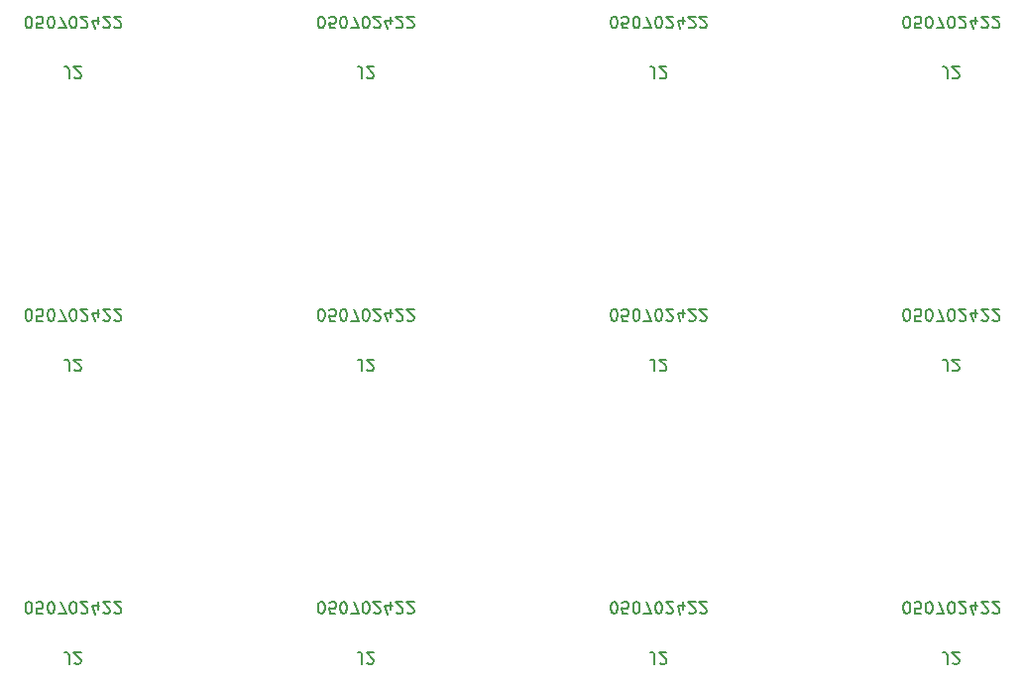
<source format=gbr>
%TF.GenerationSoftware,KiCad,Pcbnew,(6.0.0)*%
%TF.CreationDate,2022-11-29T13:54:36-05:00*%
%TF.ProjectId,pupdrive-eib24_panel,70757064-7269-4766-952d-65696232345f,B*%
%TF.SameCoordinates,Original*%
%TF.FileFunction,AssemblyDrawing,Bot*%
%FSLAX46Y46*%
G04 Gerber Fmt 4.6, Leading zero omitted, Abs format (unit mm)*
G04 Created by KiCad (PCBNEW (6.0.0)) date 2022-11-29 13:54:36*
%MOMM*%
%LPD*%
G01*
G04 APERTURE LIST*
%ADD10C,0.150000*%
G04 APERTURE END LIST*
D10*
%TO.C,J2*%
X91851436Y-67239707D02*
X91946674Y-67239707D01*
X92041912Y-67192088D01*
X92089531Y-67144468D01*
X92137150Y-67049230D01*
X92184769Y-66858754D01*
X92184769Y-66620659D01*
X92137150Y-66430183D01*
X92089531Y-66334945D01*
X92041912Y-66287326D01*
X91946674Y-66239707D01*
X91851436Y-66239707D01*
X91756198Y-66287326D01*
X91708579Y-66334945D01*
X91660959Y-66430183D01*
X91613340Y-66620659D01*
X91613340Y-66858754D01*
X91660959Y-67049230D01*
X91708579Y-67144468D01*
X91756198Y-67192088D01*
X91851436Y-67239707D01*
X93089531Y-67239707D02*
X92613340Y-67239707D01*
X92565721Y-66763516D01*
X92613340Y-66811135D01*
X92708579Y-66858754D01*
X92946674Y-66858754D01*
X93041912Y-66811135D01*
X93089531Y-66763516D01*
X93137150Y-66668278D01*
X93137150Y-66430183D01*
X93089531Y-66334945D01*
X93041912Y-66287326D01*
X92946674Y-66239707D01*
X92708579Y-66239707D01*
X92613340Y-66287326D01*
X92565721Y-66334945D01*
X93756198Y-67239707D02*
X93851436Y-67239707D01*
X93946674Y-67192088D01*
X93994293Y-67144468D01*
X94041912Y-67049230D01*
X94089531Y-66858754D01*
X94089531Y-66620659D01*
X94041912Y-66430183D01*
X93994293Y-66334945D01*
X93946674Y-66287326D01*
X93851436Y-66239707D01*
X93756198Y-66239707D01*
X93660959Y-66287326D01*
X93613340Y-66334945D01*
X93565721Y-66430183D01*
X93518102Y-66620659D01*
X93518102Y-66858754D01*
X93565721Y-67049230D01*
X93613340Y-67144468D01*
X93660959Y-67192088D01*
X93756198Y-67239707D01*
X94422864Y-67239707D02*
X95089531Y-67239707D01*
X94660959Y-66239707D01*
X95660959Y-67239707D02*
X95756198Y-67239707D01*
X95851436Y-67192088D01*
X95899055Y-67144468D01*
X95946674Y-67049230D01*
X95994293Y-66858754D01*
X95994293Y-66620659D01*
X95946674Y-66430183D01*
X95899055Y-66334945D01*
X95851436Y-66287326D01*
X95756198Y-66239707D01*
X95660959Y-66239707D01*
X95565721Y-66287326D01*
X95518102Y-66334945D01*
X95470483Y-66430183D01*
X95422864Y-66620659D01*
X95422864Y-66858754D01*
X95470483Y-67049230D01*
X95518102Y-67144468D01*
X95565721Y-67192088D01*
X95660959Y-67239707D01*
X96375245Y-67144468D02*
X96422864Y-67192088D01*
X96518102Y-67239707D01*
X96756198Y-67239707D01*
X96851436Y-67192088D01*
X96899055Y-67144468D01*
X96946674Y-67049230D01*
X96946674Y-66953992D01*
X96899055Y-66811135D01*
X96327626Y-66239707D01*
X96946674Y-66239707D01*
X97803817Y-66906373D02*
X97803817Y-66239707D01*
X97565721Y-67287326D02*
X97327626Y-66573040D01*
X97946674Y-66573040D01*
X98280007Y-67144468D02*
X98327626Y-67192088D01*
X98422864Y-67239707D01*
X98660959Y-67239707D01*
X98756198Y-67192088D01*
X98803817Y-67144468D01*
X98851436Y-67049230D01*
X98851436Y-66953992D01*
X98803817Y-66811135D01*
X98232388Y-66239707D01*
X98851436Y-66239707D01*
X99232388Y-67144468D02*
X99280007Y-67192088D01*
X99375245Y-67239707D01*
X99613340Y-67239707D01*
X99708579Y-67192088D01*
X99756198Y-67144468D01*
X99803817Y-67049230D01*
X99803817Y-66953992D01*
X99756198Y-66811135D01*
X99184769Y-66239707D01*
X99803817Y-66239707D01*
X95375245Y-71539707D02*
X95375245Y-70825421D01*
X95327626Y-70682564D01*
X95232388Y-70587326D01*
X95089531Y-70539707D01*
X94994293Y-70539707D01*
X95803817Y-71444468D02*
X95851436Y-71492088D01*
X95946674Y-71539707D01*
X96184769Y-71539707D01*
X96280007Y-71492088D01*
X96327626Y-71444468D01*
X96375245Y-71349230D01*
X96375245Y-71253992D01*
X96327626Y-71111135D01*
X95756198Y-70539707D01*
X96375245Y-70539707D01*
X166851436Y-67239707D02*
X166946674Y-67239707D01*
X167041912Y-67192088D01*
X167089531Y-67144468D01*
X167137150Y-67049230D01*
X167184769Y-66858754D01*
X167184769Y-66620659D01*
X167137150Y-66430183D01*
X167089531Y-66334945D01*
X167041912Y-66287326D01*
X166946674Y-66239707D01*
X166851436Y-66239707D01*
X166756198Y-66287326D01*
X166708579Y-66334945D01*
X166660959Y-66430183D01*
X166613340Y-66620659D01*
X166613340Y-66858754D01*
X166660959Y-67049230D01*
X166708579Y-67144468D01*
X166756198Y-67192088D01*
X166851436Y-67239707D01*
X168089531Y-67239707D02*
X167613340Y-67239707D01*
X167565721Y-66763516D01*
X167613340Y-66811135D01*
X167708579Y-66858754D01*
X167946674Y-66858754D01*
X168041912Y-66811135D01*
X168089531Y-66763516D01*
X168137150Y-66668278D01*
X168137150Y-66430183D01*
X168089531Y-66334945D01*
X168041912Y-66287326D01*
X167946674Y-66239707D01*
X167708579Y-66239707D01*
X167613340Y-66287326D01*
X167565721Y-66334945D01*
X168756198Y-67239707D02*
X168851436Y-67239707D01*
X168946674Y-67192088D01*
X168994293Y-67144468D01*
X169041912Y-67049230D01*
X169089531Y-66858754D01*
X169089531Y-66620659D01*
X169041912Y-66430183D01*
X168994293Y-66334945D01*
X168946674Y-66287326D01*
X168851436Y-66239707D01*
X168756198Y-66239707D01*
X168660959Y-66287326D01*
X168613340Y-66334945D01*
X168565721Y-66430183D01*
X168518102Y-66620659D01*
X168518102Y-66858754D01*
X168565721Y-67049230D01*
X168613340Y-67144468D01*
X168660959Y-67192088D01*
X168756198Y-67239707D01*
X169422864Y-67239707D02*
X170089531Y-67239707D01*
X169660959Y-66239707D01*
X170660959Y-67239707D02*
X170756198Y-67239707D01*
X170851436Y-67192088D01*
X170899055Y-67144468D01*
X170946674Y-67049230D01*
X170994293Y-66858754D01*
X170994293Y-66620659D01*
X170946674Y-66430183D01*
X170899055Y-66334945D01*
X170851436Y-66287326D01*
X170756198Y-66239707D01*
X170660959Y-66239707D01*
X170565721Y-66287326D01*
X170518102Y-66334945D01*
X170470483Y-66430183D01*
X170422864Y-66620659D01*
X170422864Y-66858754D01*
X170470483Y-67049230D01*
X170518102Y-67144468D01*
X170565721Y-67192088D01*
X170660959Y-67239707D01*
X171375245Y-67144468D02*
X171422864Y-67192088D01*
X171518102Y-67239707D01*
X171756198Y-67239707D01*
X171851436Y-67192088D01*
X171899055Y-67144468D01*
X171946674Y-67049230D01*
X171946674Y-66953992D01*
X171899055Y-66811135D01*
X171327626Y-66239707D01*
X171946674Y-66239707D01*
X172803817Y-66906373D02*
X172803817Y-66239707D01*
X172565721Y-67287326D02*
X172327626Y-66573040D01*
X172946674Y-66573040D01*
X173280007Y-67144468D02*
X173327626Y-67192088D01*
X173422864Y-67239707D01*
X173660959Y-67239707D01*
X173756198Y-67192088D01*
X173803817Y-67144468D01*
X173851436Y-67049230D01*
X173851436Y-66953992D01*
X173803817Y-66811135D01*
X173232388Y-66239707D01*
X173851436Y-66239707D01*
X174232388Y-67144468D02*
X174280007Y-67192088D01*
X174375245Y-67239707D01*
X174613340Y-67239707D01*
X174708579Y-67192088D01*
X174756198Y-67144468D01*
X174803817Y-67049230D01*
X174803817Y-66953992D01*
X174756198Y-66811135D01*
X174184769Y-66239707D01*
X174803817Y-66239707D01*
X170375245Y-71539707D02*
X170375245Y-70825421D01*
X170327626Y-70682564D01*
X170232388Y-70587326D01*
X170089531Y-70539707D01*
X169994293Y-70539707D01*
X170803817Y-71444468D02*
X170851436Y-71492088D01*
X170946674Y-71539707D01*
X171184769Y-71539707D01*
X171280007Y-71492088D01*
X171327626Y-71444468D01*
X171375245Y-71349230D01*
X171375245Y-71253992D01*
X171327626Y-71111135D01*
X170756198Y-70539707D01*
X171375245Y-70539707D01*
X141851436Y-67239707D02*
X141946674Y-67239707D01*
X142041912Y-67192088D01*
X142089531Y-67144468D01*
X142137150Y-67049230D01*
X142184769Y-66858754D01*
X142184769Y-66620659D01*
X142137150Y-66430183D01*
X142089531Y-66334945D01*
X142041912Y-66287326D01*
X141946674Y-66239707D01*
X141851436Y-66239707D01*
X141756198Y-66287326D01*
X141708579Y-66334945D01*
X141660959Y-66430183D01*
X141613340Y-66620659D01*
X141613340Y-66858754D01*
X141660959Y-67049230D01*
X141708579Y-67144468D01*
X141756198Y-67192088D01*
X141851436Y-67239707D01*
X143089531Y-67239707D02*
X142613340Y-67239707D01*
X142565721Y-66763516D01*
X142613340Y-66811135D01*
X142708579Y-66858754D01*
X142946674Y-66858754D01*
X143041912Y-66811135D01*
X143089531Y-66763516D01*
X143137150Y-66668278D01*
X143137150Y-66430183D01*
X143089531Y-66334945D01*
X143041912Y-66287326D01*
X142946674Y-66239707D01*
X142708579Y-66239707D01*
X142613340Y-66287326D01*
X142565721Y-66334945D01*
X143756198Y-67239707D02*
X143851436Y-67239707D01*
X143946674Y-67192088D01*
X143994293Y-67144468D01*
X144041912Y-67049230D01*
X144089531Y-66858754D01*
X144089531Y-66620659D01*
X144041912Y-66430183D01*
X143994293Y-66334945D01*
X143946674Y-66287326D01*
X143851436Y-66239707D01*
X143756198Y-66239707D01*
X143660959Y-66287326D01*
X143613340Y-66334945D01*
X143565721Y-66430183D01*
X143518102Y-66620659D01*
X143518102Y-66858754D01*
X143565721Y-67049230D01*
X143613340Y-67144468D01*
X143660959Y-67192088D01*
X143756198Y-67239707D01*
X144422864Y-67239707D02*
X145089531Y-67239707D01*
X144660959Y-66239707D01*
X145660959Y-67239707D02*
X145756198Y-67239707D01*
X145851436Y-67192088D01*
X145899055Y-67144468D01*
X145946674Y-67049230D01*
X145994293Y-66858754D01*
X145994293Y-66620659D01*
X145946674Y-66430183D01*
X145899055Y-66334945D01*
X145851436Y-66287326D01*
X145756198Y-66239707D01*
X145660959Y-66239707D01*
X145565721Y-66287326D01*
X145518102Y-66334945D01*
X145470483Y-66430183D01*
X145422864Y-66620659D01*
X145422864Y-66858754D01*
X145470483Y-67049230D01*
X145518102Y-67144468D01*
X145565721Y-67192088D01*
X145660959Y-67239707D01*
X146375245Y-67144468D02*
X146422864Y-67192088D01*
X146518102Y-67239707D01*
X146756198Y-67239707D01*
X146851436Y-67192088D01*
X146899055Y-67144468D01*
X146946674Y-67049230D01*
X146946674Y-66953992D01*
X146899055Y-66811135D01*
X146327626Y-66239707D01*
X146946674Y-66239707D01*
X147803817Y-66906373D02*
X147803817Y-66239707D01*
X147565721Y-67287326D02*
X147327626Y-66573040D01*
X147946674Y-66573040D01*
X148280007Y-67144468D02*
X148327626Y-67192088D01*
X148422864Y-67239707D01*
X148660959Y-67239707D01*
X148756198Y-67192088D01*
X148803817Y-67144468D01*
X148851436Y-67049230D01*
X148851436Y-66953992D01*
X148803817Y-66811135D01*
X148232388Y-66239707D01*
X148851436Y-66239707D01*
X149232388Y-67144468D02*
X149280007Y-67192088D01*
X149375245Y-67239707D01*
X149613340Y-67239707D01*
X149708579Y-67192088D01*
X149756198Y-67144468D01*
X149803817Y-67049230D01*
X149803817Y-66953992D01*
X149756198Y-66811135D01*
X149184769Y-66239707D01*
X149803817Y-66239707D01*
X145375245Y-71539707D02*
X145375245Y-70825421D01*
X145327626Y-70682564D01*
X145232388Y-70587326D01*
X145089531Y-70539707D01*
X144994293Y-70539707D01*
X145803817Y-71444468D02*
X145851436Y-71492088D01*
X145946674Y-71539707D01*
X146184769Y-71539707D01*
X146280007Y-71492088D01*
X146327626Y-71444468D01*
X146375245Y-71349230D01*
X146375245Y-71253992D01*
X146327626Y-71111135D01*
X145756198Y-70539707D01*
X146375245Y-70539707D01*
X116851436Y-67239707D02*
X116946674Y-67239707D01*
X117041912Y-67192088D01*
X117089531Y-67144468D01*
X117137150Y-67049230D01*
X117184769Y-66858754D01*
X117184769Y-66620659D01*
X117137150Y-66430183D01*
X117089531Y-66334945D01*
X117041912Y-66287326D01*
X116946674Y-66239707D01*
X116851436Y-66239707D01*
X116756198Y-66287326D01*
X116708579Y-66334945D01*
X116660959Y-66430183D01*
X116613340Y-66620659D01*
X116613340Y-66858754D01*
X116660959Y-67049230D01*
X116708579Y-67144468D01*
X116756198Y-67192088D01*
X116851436Y-67239707D01*
X118089531Y-67239707D02*
X117613340Y-67239707D01*
X117565721Y-66763516D01*
X117613340Y-66811135D01*
X117708579Y-66858754D01*
X117946674Y-66858754D01*
X118041912Y-66811135D01*
X118089531Y-66763516D01*
X118137150Y-66668278D01*
X118137150Y-66430183D01*
X118089531Y-66334945D01*
X118041912Y-66287326D01*
X117946674Y-66239707D01*
X117708579Y-66239707D01*
X117613340Y-66287326D01*
X117565721Y-66334945D01*
X118756198Y-67239707D02*
X118851436Y-67239707D01*
X118946674Y-67192088D01*
X118994293Y-67144468D01*
X119041912Y-67049230D01*
X119089531Y-66858754D01*
X119089531Y-66620659D01*
X119041912Y-66430183D01*
X118994293Y-66334945D01*
X118946674Y-66287326D01*
X118851436Y-66239707D01*
X118756198Y-66239707D01*
X118660959Y-66287326D01*
X118613340Y-66334945D01*
X118565721Y-66430183D01*
X118518102Y-66620659D01*
X118518102Y-66858754D01*
X118565721Y-67049230D01*
X118613340Y-67144468D01*
X118660959Y-67192088D01*
X118756198Y-67239707D01*
X119422864Y-67239707D02*
X120089531Y-67239707D01*
X119660959Y-66239707D01*
X120660959Y-67239707D02*
X120756198Y-67239707D01*
X120851436Y-67192088D01*
X120899055Y-67144468D01*
X120946674Y-67049230D01*
X120994293Y-66858754D01*
X120994293Y-66620659D01*
X120946674Y-66430183D01*
X120899055Y-66334945D01*
X120851436Y-66287326D01*
X120756198Y-66239707D01*
X120660959Y-66239707D01*
X120565721Y-66287326D01*
X120518102Y-66334945D01*
X120470483Y-66430183D01*
X120422864Y-66620659D01*
X120422864Y-66858754D01*
X120470483Y-67049230D01*
X120518102Y-67144468D01*
X120565721Y-67192088D01*
X120660959Y-67239707D01*
X121375245Y-67144468D02*
X121422864Y-67192088D01*
X121518102Y-67239707D01*
X121756198Y-67239707D01*
X121851436Y-67192088D01*
X121899055Y-67144468D01*
X121946674Y-67049230D01*
X121946674Y-66953992D01*
X121899055Y-66811135D01*
X121327626Y-66239707D01*
X121946674Y-66239707D01*
X122803817Y-66906373D02*
X122803817Y-66239707D01*
X122565721Y-67287326D02*
X122327626Y-66573040D01*
X122946674Y-66573040D01*
X123280007Y-67144468D02*
X123327626Y-67192088D01*
X123422864Y-67239707D01*
X123660959Y-67239707D01*
X123756198Y-67192088D01*
X123803817Y-67144468D01*
X123851436Y-67049230D01*
X123851436Y-66953992D01*
X123803817Y-66811135D01*
X123232388Y-66239707D01*
X123851436Y-66239707D01*
X124232388Y-67144468D02*
X124280007Y-67192088D01*
X124375245Y-67239707D01*
X124613340Y-67239707D01*
X124708579Y-67192088D01*
X124756198Y-67144468D01*
X124803817Y-67049230D01*
X124803817Y-66953992D01*
X124756198Y-66811135D01*
X124184769Y-66239707D01*
X124803817Y-66239707D01*
X120375245Y-71539707D02*
X120375245Y-70825421D01*
X120327626Y-70682564D01*
X120232388Y-70587326D01*
X120089531Y-70539707D01*
X119994293Y-70539707D01*
X120803817Y-71444468D02*
X120851436Y-71492088D01*
X120946674Y-71539707D01*
X121184769Y-71539707D01*
X121280007Y-71492088D01*
X121327626Y-71444468D01*
X121375245Y-71349230D01*
X121375245Y-71253992D01*
X121327626Y-71111135D01*
X120756198Y-70539707D01*
X121375245Y-70539707D01*
X91851436Y-92239707D02*
X91946674Y-92239707D01*
X92041912Y-92192088D01*
X92089531Y-92144468D01*
X92137150Y-92049230D01*
X92184769Y-91858754D01*
X92184769Y-91620659D01*
X92137150Y-91430183D01*
X92089531Y-91334945D01*
X92041912Y-91287326D01*
X91946674Y-91239707D01*
X91851436Y-91239707D01*
X91756198Y-91287326D01*
X91708579Y-91334945D01*
X91660959Y-91430183D01*
X91613340Y-91620659D01*
X91613340Y-91858754D01*
X91660959Y-92049230D01*
X91708579Y-92144468D01*
X91756198Y-92192088D01*
X91851436Y-92239707D01*
X93089531Y-92239707D02*
X92613340Y-92239707D01*
X92565721Y-91763516D01*
X92613340Y-91811135D01*
X92708579Y-91858754D01*
X92946674Y-91858754D01*
X93041912Y-91811135D01*
X93089531Y-91763516D01*
X93137150Y-91668278D01*
X93137150Y-91430183D01*
X93089531Y-91334945D01*
X93041912Y-91287326D01*
X92946674Y-91239707D01*
X92708579Y-91239707D01*
X92613340Y-91287326D01*
X92565721Y-91334945D01*
X93756198Y-92239707D02*
X93851436Y-92239707D01*
X93946674Y-92192088D01*
X93994293Y-92144468D01*
X94041912Y-92049230D01*
X94089531Y-91858754D01*
X94089531Y-91620659D01*
X94041912Y-91430183D01*
X93994293Y-91334945D01*
X93946674Y-91287326D01*
X93851436Y-91239707D01*
X93756198Y-91239707D01*
X93660959Y-91287326D01*
X93613340Y-91334945D01*
X93565721Y-91430183D01*
X93518102Y-91620659D01*
X93518102Y-91858754D01*
X93565721Y-92049230D01*
X93613340Y-92144468D01*
X93660959Y-92192088D01*
X93756198Y-92239707D01*
X94422864Y-92239707D02*
X95089531Y-92239707D01*
X94660959Y-91239707D01*
X95660959Y-92239707D02*
X95756198Y-92239707D01*
X95851436Y-92192088D01*
X95899055Y-92144468D01*
X95946674Y-92049230D01*
X95994293Y-91858754D01*
X95994293Y-91620659D01*
X95946674Y-91430183D01*
X95899055Y-91334945D01*
X95851436Y-91287326D01*
X95756198Y-91239707D01*
X95660959Y-91239707D01*
X95565721Y-91287326D01*
X95518102Y-91334945D01*
X95470483Y-91430183D01*
X95422864Y-91620659D01*
X95422864Y-91858754D01*
X95470483Y-92049230D01*
X95518102Y-92144468D01*
X95565721Y-92192088D01*
X95660959Y-92239707D01*
X96375245Y-92144468D02*
X96422864Y-92192088D01*
X96518102Y-92239707D01*
X96756198Y-92239707D01*
X96851436Y-92192088D01*
X96899055Y-92144468D01*
X96946674Y-92049230D01*
X96946674Y-91953992D01*
X96899055Y-91811135D01*
X96327626Y-91239707D01*
X96946674Y-91239707D01*
X97803817Y-91906373D02*
X97803817Y-91239707D01*
X97565721Y-92287326D02*
X97327626Y-91573040D01*
X97946674Y-91573040D01*
X98280007Y-92144468D02*
X98327626Y-92192088D01*
X98422864Y-92239707D01*
X98660959Y-92239707D01*
X98756198Y-92192088D01*
X98803817Y-92144468D01*
X98851436Y-92049230D01*
X98851436Y-91953992D01*
X98803817Y-91811135D01*
X98232388Y-91239707D01*
X98851436Y-91239707D01*
X99232388Y-92144468D02*
X99280007Y-92192088D01*
X99375245Y-92239707D01*
X99613340Y-92239707D01*
X99708579Y-92192088D01*
X99756198Y-92144468D01*
X99803817Y-92049230D01*
X99803817Y-91953992D01*
X99756198Y-91811135D01*
X99184769Y-91239707D01*
X99803817Y-91239707D01*
X95375245Y-96539707D02*
X95375245Y-95825421D01*
X95327626Y-95682564D01*
X95232388Y-95587326D01*
X95089531Y-95539707D01*
X94994293Y-95539707D01*
X95803817Y-96444468D02*
X95851436Y-96492088D01*
X95946674Y-96539707D01*
X96184769Y-96539707D01*
X96280007Y-96492088D01*
X96327626Y-96444468D01*
X96375245Y-96349230D01*
X96375245Y-96253992D01*
X96327626Y-96111135D01*
X95756198Y-95539707D01*
X96375245Y-95539707D01*
X166851436Y-92239707D02*
X166946674Y-92239707D01*
X167041912Y-92192088D01*
X167089531Y-92144468D01*
X167137150Y-92049230D01*
X167184769Y-91858754D01*
X167184769Y-91620659D01*
X167137150Y-91430183D01*
X167089531Y-91334945D01*
X167041912Y-91287326D01*
X166946674Y-91239707D01*
X166851436Y-91239707D01*
X166756198Y-91287326D01*
X166708579Y-91334945D01*
X166660959Y-91430183D01*
X166613340Y-91620659D01*
X166613340Y-91858754D01*
X166660959Y-92049230D01*
X166708579Y-92144468D01*
X166756198Y-92192088D01*
X166851436Y-92239707D01*
X168089531Y-92239707D02*
X167613340Y-92239707D01*
X167565721Y-91763516D01*
X167613340Y-91811135D01*
X167708579Y-91858754D01*
X167946674Y-91858754D01*
X168041912Y-91811135D01*
X168089531Y-91763516D01*
X168137150Y-91668278D01*
X168137150Y-91430183D01*
X168089531Y-91334945D01*
X168041912Y-91287326D01*
X167946674Y-91239707D01*
X167708579Y-91239707D01*
X167613340Y-91287326D01*
X167565721Y-91334945D01*
X168756198Y-92239707D02*
X168851436Y-92239707D01*
X168946674Y-92192088D01*
X168994293Y-92144468D01*
X169041912Y-92049230D01*
X169089531Y-91858754D01*
X169089531Y-91620659D01*
X169041912Y-91430183D01*
X168994293Y-91334945D01*
X168946674Y-91287326D01*
X168851436Y-91239707D01*
X168756198Y-91239707D01*
X168660959Y-91287326D01*
X168613340Y-91334945D01*
X168565721Y-91430183D01*
X168518102Y-91620659D01*
X168518102Y-91858754D01*
X168565721Y-92049230D01*
X168613340Y-92144468D01*
X168660959Y-92192088D01*
X168756198Y-92239707D01*
X169422864Y-92239707D02*
X170089531Y-92239707D01*
X169660959Y-91239707D01*
X170660959Y-92239707D02*
X170756198Y-92239707D01*
X170851436Y-92192088D01*
X170899055Y-92144468D01*
X170946674Y-92049230D01*
X170994293Y-91858754D01*
X170994293Y-91620659D01*
X170946674Y-91430183D01*
X170899055Y-91334945D01*
X170851436Y-91287326D01*
X170756198Y-91239707D01*
X170660959Y-91239707D01*
X170565721Y-91287326D01*
X170518102Y-91334945D01*
X170470483Y-91430183D01*
X170422864Y-91620659D01*
X170422864Y-91858754D01*
X170470483Y-92049230D01*
X170518102Y-92144468D01*
X170565721Y-92192088D01*
X170660959Y-92239707D01*
X171375245Y-92144468D02*
X171422864Y-92192088D01*
X171518102Y-92239707D01*
X171756198Y-92239707D01*
X171851436Y-92192088D01*
X171899055Y-92144468D01*
X171946674Y-92049230D01*
X171946674Y-91953992D01*
X171899055Y-91811135D01*
X171327626Y-91239707D01*
X171946674Y-91239707D01*
X172803817Y-91906373D02*
X172803817Y-91239707D01*
X172565721Y-92287326D02*
X172327626Y-91573040D01*
X172946674Y-91573040D01*
X173280007Y-92144468D02*
X173327626Y-92192088D01*
X173422864Y-92239707D01*
X173660959Y-92239707D01*
X173756198Y-92192088D01*
X173803817Y-92144468D01*
X173851436Y-92049230D01*
X173851436Y-91953992D01*
X173803817Y-91811135D01*
X173232388Y-91239707D01*
X173851436Y-91239707D01*
X174232388Y-92144468D02*
X174280007Y-92192088D01*
X174375245Y-92239707D01*
X174613340Y-92239707D01*
X174708579Y-92192088D01*
X174756198Y-92144468D01*
X174803817Y-92049230D01*
X174803817Y-91953992D01*
X174756198Y-91811135D01*
X174184769Y-91239707D01*
X174803817Y-91239707D01*
X170375245Y-96539707D02*
X170375245Y-95825421D01*
X170327626Y-95682564D01*
X170232388Y-95587326D01*
X170089531Y-95539707D01*
X169994293Y-95539707D01*
X170803817Y-96444468D02*
X170851436Y-96492088D01*
X170946674Y-96539707D01*
X171184769Y-96539707D01*
X171280007Y-96492088D01*
X171327626Y-96444468D01*
X171375245Y-96349230D01*
X171375245Y-96253992D01*
X171327626Y-96111135D01*
X170756198Y-95539707D01*
X171375245Y-95539707D01*
X141851436Y-92239707D02*
X141946674Y-92239707D01*
X142041912Y-92192088D01*
X142089531Y-92144468D01*
X142137150Y-92049230D01*
X142184769Y-91858754D01*
X142184769Y-91620659D01*
X142137150Y-91430183D01*
X142089531Y-91334945D01*
X142041912Y-91287326D01*
X141946674Y-91239707D01*
X141851436Y-91239707D01*
X141756198Y-91287326D01*
X141708579Y-91334945D01*
X141660959Y-91430183D01*
X141613340Y-91620659D01*
X141613340Y-91858754D01*
X141660959Y-92049230D01*
X141708579Y-92144468D01*
X141756198Y-92192088D01*
X141851436Y-92239707D01*
X143089531Y-92239707D02*
X142613340Y-92239707D01*
X142565721Y-91763516D01*
X142613340Y-91811135D01*
X142708579Y-91858754D01*
X142946674Y-91858754D01*
X143041912Y-91811135D01*
X143089531Y-91763516D01*
X143137150Y-91668278D01*
X143137150Y-91430183D01*
X143089531Y-91334945D01*
X143041912Y-91287326D01*
X142946674Y-91239707D01*
X142708579Y-91239707D01*
X142613340Y-91287326D01*
X142565721Y-91334945D01*
X143756198Y-92239707D02*
X143851436Y-92239707D01*
X143946674Y-92192088D01*
X143994293Y-92144468D01*
X144041912Y-92049230D01*
X144089531Y-91858754D01*
X144089531Y-91620659D01*
X144041912Y-91430183D01*
X143994293Y-91334945D01*
X143946674Y-91287326D01*
X143851436Y-91239707D01*
X143756198Y-91239707D01*
X143660959Y-91287326D01*
X143613340Y-91334945D01*
X143565721Y-91430183D01*
X143518102Y-91620659D01*
X143518102Y-91858754D01*
X143565721Y-92049230D01*
X143613340Y-92144468D01*
X143660959Y-92192088D01*
X143756198Y-92239707D01*
X144422864Y-92239707D02*
X145089531Y-92239707D01*
X144660959Y-91239707D01*
X145660959Y-92239707D02*
X145756198Y-92239707D01*
X145851436Y-92192088D01*
X145899055Y-92144468D01*
X145946674Y-92049230D01*
X145994293Y-91858754D01*
X145994293Y-91620659D01*
X145946674Y-91430183D01*
X145899055Y-91334945D01*
X145851436Y-91287326D01*
X145756198Y-91239707D01*
X145660959Y-91239707D01*
X145565721Y-91287326D01*
X145518102Y-91334945D01*
X145470483Y-91430183D01*
X145422864Y-91620659D01*
X145422864Y-91858754D01*
X145470483Y-92049230D01*
X145518102Y-92144468D01*
X145565721Y-92192088D01*
X145660959Y-92239707D01*
X146375245Y-92144468D02*
X146422864Y-92192088D01*
X146518102Y-92239707D01*
X146756198Y-92239707D01*
X146851436Y-92192088D01*
X146899055Y-92144468D01*
X146946674Y-92049230D01*
X146946674Y-91953992D01*
X146899055Y-91811135D01*
X146327626Y-91239707D01*
X146946674Y-91239707D01*
X147803817Y-91906373D02*
X147803817Y-91239707D01*
X147565721Y-92287326D02*
X147327626Y-91573040D01*
X147946674Y-91573040D01*
X148280007Y-92144468D02*
X148327626Y-92192088D01*
X148422864Y-92239707D01*
X148660959Y-92239707D01*
X148756198Y-92192088D01*
X148803817Y-92144468D01*
X148851436Y-92049230D01*
X148851436Y-91953992D01*
X148803817Y-91811135D01*
X148232388Y-91239707D01*
X148851436Y-91239707D01*
X149232388Y-92144468D02*
X149280007Y-92192088D01*
X149375245Y-92239707D01*
X149613340Y-92239707D01*
X149708579Y-92192088D01*
X149756198Y-92144468D01*
X149803817Y-92049230D01*
X149803817Y-91953992D01*
X149756198Y-91811135D01*
X149184769Y-91239707D01*
X149803817Y-91239707D01*
X145375245Y-96539707D02*
X145375245Y-95825421D01*
X145327626Y-95682564D01*
X145232388Y-95587326D01*
X145089531Y-95539707D01*
X144994293Y-95539707D01*
X145803817Y-96444468D02*
X145851436Y-96492088D01*
X145946674Y-96539707D01*
X146184769Y-96539707D01*
X146280007Y-96492088D01*
X146327626Y-96444468D01*
X146375245Y-96349230D01*
X146375245Y-96253992D01*
X146327626Y-96111135D01*
X145756198Y-95539707D01*
X146375245Y-95539707D01*
X116851436Y-92239707D02*
X116946674Y-92239707D01*
X117041912Y-92192088D01*
X117089531Y-92144468D01*
X117137150Y-92049230D01*
X117184769Y-91858754D01*
X117184769Y-91620659D01*
X117137150Y-91430183D01*
X117089531Y-91334945D01*
X117041912Y-91287326D01*
X116946674Y-91239707D01*
X116851436Y-91239707D01*
X116756198Y-91287326D01*
X116708579Y-91334945D01*
X116660959Y-91430183D01*
X116613340Y-91620659D01*
X116613340Y-91858754D01*
X116660959Y-92049230D01*
X116708579Y-92144468D01*
X116756198Y-92192088D01*
X116851436Y-92239707D01*
X118089531Y-92239707D02*
X117613340Y-92239707D01*
X117565721Y-91763516D01*
X117613340Y-91811135D01*
X117708579Y-91858754D01*
X117946674Y-91858754D01*
X118041912Y-91811135D01*
X118089531Y-91763516D01*
X118137150Y-91668278D01*
X118137150Y-91430183D01*
X118089531Y-91334945D01*
X118041912Y-91287326D01*
X117946674Y-91239707D01*
X117708579Y-91239707D01*
X117613340Y-91287326D01*
X117565721Y-91334945D01*
X118756198Y-92239707D02*
X118851436Y-92239707D01*
X118946674Y-92192088D01*
X118994293Y-92144468D01*
X119041912Y-92049230D01*
X119089531Y-91858754D01*
X119089531Y-91620659D01*
X119041912Y-91430183D01*
X118994293Y-91334945D01*
X118946674Y-91287326D01*
X118851436Y-91239707D01*
X118756198Y-91239707D01*
X118660959Y-91287326D01*
X118613340Y-91334945D01*
X118565721Y-91430183D01*
X118518102Y-91620659D01*
X118518102Y-91858754D01*
X118565721Y-92049230D01*
X118613340Y-92144468D01*
X118660959Y-92192088D01*
X118756198Y-92239707D01*
X119422864Y-92239707D02*
X120089531Y-92239707D01*
X119660959Y-91239707D01*
X120660959Y-92239707D02*
X120756198Y-92239707D01*
X120851436Y-92192088D01*
X120899055Y-92144468D01*
X120946674Y-92049230D01*
X120994293Y-91858754D01*
X120994293Y-91620659D01*
X120946674Y-91430183D01*
X120899055Y-91334945D01*
X120851436Y-91287326D01*
X120756198Y-91239707D01*
X120660959Y-91239707D01*
X120565721Y-91287326D01*
X120518102Y-91334945D01*
X120470483Y-91430183D01*
X120422864Y-91620659D01*
X120422864Y-91858754D01*
X120470483Y-92049230D01*
X120518102Y-92144468D01*
X120565721Y-92192088D01*
X120660959Y-92239707D01*
X121375245Y-92144468D02*
X121422864Y-92192088D01*
X121518102Y-92239707D01*
X121756198Y-92239707D01*
X121851436Y-92192088D01*
X121899055Y-92144468D01*
X121946674Y-92049230D01*
X121946674Y-91953992D01*
X121899055Y-91811135D01*
X121327626Y-91239707D01*
X121946674Y-91239707D01*
X122803817Y-91906373D02*
X122803817Y-91239707D01*
X122565721Y-92287326D02*
X122327626Y-91573040D01*
X122946674Y-91573040D01*
X123280007Y-92144468D02*
X123327626Y-92192088D01*
X123422864Y-92239707D01*
X123660959Y-92239707D01*
X123756198Y-92192088D01*
X123803817Y-92144468D01*
X123851436Y-92049230D01*
X123851436Y-91953992D01*
X123803817Y-91811135D01*
X123232388Y-91239707D01*
X123851436Y-91239707D01*
X124232388Y-92144468D02*
X124280007Y-92192088D01*
X124375245Y-92239707D01*
X124613340Y-92239707D01*
X124708579Y-92192088D01*
X124756198Y-92144468D01*
X124803817Y-92049230D01*
X124803817Y-91953992D01*
X124756198Y-91811135D01*
X124184769Y-91239707D01*
X124803817Y-91239707D01*
X120375245Y-96539707D02*
X120375245Y-95825421D01*
X120327626Y-95682564D01*
X120232388Y-95587326D01*
X120089531Y-95539707D01*
X119994293Y-95539707D01*
X120803817Y-96444468D02*
X120851436Y-96492088D01*
X120946674Y-96539707D01*
X121184769Y-96539707D01*
X121280007Y-96492088D01*
X121327626Y-96444468D01*
X121375245Y-96349230D01*
X121375245Y-96253992D01*
X121327626Y-96111135D01*
X120756198Y-95539707D01*
X121375245Y-95539707D01*
X141851436Y-117239707D02*
X141946674Y-117239707D01*
X142041912Y-117192088D01*
X142089531Y-117144468D01*
X142137150Y-117049230D01*
X142184769Y-116858754D01*
X142184769Y-116620659D01*
X142137150Y-116430183D01*
X142089531Y-116334945D01*
X142041912Y-116287326D01*
X141946674Y-116239707D01*
X141851436Y-116239707D01*
X141756198Y-116287326D01*
X141708579Y-116334945D01*
X141660959Y-116430183D01*
X141613340Y-116620659D01*
X141613340Y-116858754D01*
X141660959Y-117049230D01*
X141708579Y-117144468D01*
X141756198Y-117192088D01*
X141851436Y-117239707D01*
X143089531Y-117239707D02*
X142613340Y-117239707D01*
X142565721Y-116763516D01*
X142613340Y-116811135D01*
X142708579Y-116858754D01*
X142946674Y-116858754D01*
X143041912Y-116811135D01*
X143089531Y-116763516D01*
X143137150Y-116668278D01*
X143137150Y-116430183D01*
X143089531Y-116334945D01*
X143041912Y-116287326D01*
X142946674Y-116239707D01*
X142708579Y-116239707D01*
X142613340Y-116287326D01*
X142565721Y-116334945D01*
X143756198Y-117239707D02*
X143851436Y-117239707D01*
X143946674Y-117192088D01*
X143994293Y-117144468D01*
X144041912Y-117049230D01*
X144089531Y-116858754D01*
X144089531Y-116620659D01*
X144041912Y-116430183D01*
X143994293Y-116334945D01*
X143946674Y-116287326D01*
X143851436Y-116239707D01*
X143756198Y-116239707D01*
X143660959Y-116287326D01*
X143613340Y-116334945D01*
X143565721Y-116430183D01*
X143518102Y-116620659D01*
X143518102Y-116858754D01*
X143565721Y-117049230D01*
X143613340Y-117144468D01*
X143660959Y-117192088D01*
X143756198Y-117239707D01*
X144422864Y-117239707D02*
X145089531Y-117239707D01*
X144660959Y-116239707D01*
X145660959Y-117239707D02*
X145756198Y-117239707D01*
X145851436Y-117192088D01*
X145899055Y-117144468D01*
X145946674Y-117049230D01*
X145994293Y-116858754D01*
X145994293Y-116620659D01*
X145946674Y-116430183D01*
X145899055Y-116334945D01*
X145851436Y-116287326D01*
X145756198Y-116239707D01*
X145660959Y-116239707D01*
X145565721Y-116287326D01*
X145518102Y-116334945D01*
X145470483Y-116430183D01*
X145422864Y-116620659D01*
X145422864Y-116858754D01*
X145470483Y-117049230D01*
X145518102Y-117144468D01*
X145565721Y-117192088D01*
X145660959Y-117239707D01*
X146375245Y-117144468D02*
X146422864Y-117192088D01*
X146518102Y-117239707D01*
X146756198Y-117239707D01*
X146851436Y-117192088D01*
X146899055Y-117144468D01*
X146946674Y-117049230D01*
X146946674Y-116953992D01*
X146899055Y-116811135D01*
X146327626Y-116239707D01*
X146946674Y-116239707D01*
X147803817Y-116906373D02*
X147803817Y-116239707D01*
X147565721Y-117287326D02*
X147327626Y-116573040D01*
X147946674Y-116573040D01*
X148280007Y-117144468D02*
X148327626Y-117192088D01*
X148422864Y-117239707D01*
X148660959Y-117239707D01*
X148756198Y-117192088D01*
X148803817Y-117144468D01*
X148851436Y-117049230D01*
X148851436Y-116953992D01*
X148803817Y-116811135D01*
X148232388Y-116239707D01*
X148851436Y-116239707D01*
X149232388Y-117144468D02*
X149280007Y-117192088D01*
X149375245Y-117239707D01*
X149613340Y-117239707D01*
X149708579Y-117192088D01*
X149756198Y-117144468D01*
X149803817Y-117049230D01*
X149803817Y-116953992D01*
X149756198Y-116811135D01*
X149184769Y-116239707D01*
X149803817Y-116239707D01*
X145375245Y-121539707D02*
X145375245Y-120825421D01*
X145327626Y-120682564D01*
X145232388Y-120587326D01*
X145089531Y-120539707D01*
X144994293Y-120539707D01*
X145803817Y-121444468D02*
X145851436Y-121492088D01*
X145946674Y-121539707D01*
X146184769Y-121539707D01*
X146280007Y-121492088D01*
X146327626Y-121444468D01*
X146375245Y-121349230D01*
X146375245Y-121253992D01*
X146327626Y-121111135D01*
X145756198Y-120539707D01*
X146375245Y-120539707D01*
X166851436Y-117239707D02*
X166946674Y-117239707D01*
X167041912Y-117192088D01*
X167089531Y-117144468D01*
X167137150Y-117049230D01*
X167184769Y-116858754D01*
X167184769Y-116620659D01*
X167137150Y-116430183D01*
X167089531Y-116334945D01*
X167041912Y-116287326D01*
X166946674Y-116239707D01*
X166851436Y-116239707D01*
X166756198Y-116287326D01*
X166708579Y-116334945D01*
X166660959Y-116430183D01*
X166613340Y-116620659D01*
X166613340Y-116858754D01*
X166660959Y-117049230D01*
X166708579Y-117144468D01*
X166756198Y-117192088D01*
X166851436Y-117239707D01*
X168089531Y-117239707D02*
X167613340Y-117239707D01*
X167565721Y-116763516D01*
X167613340Y-116811135D01*
X167708579Y-116858754D01*
X167946674Y-116858754D01*
X168041912Y-116811135D01*
X168089531Y-116763516D01*
X168137150Y-116668278D01*
X168137150Y-116430183D01*
X168089531Y-116334945D01*
X168041912Y-116287326D01*
X167946674Y-116239707D01*
X167708579Y-116239707D01*
X167613340Y-116287326D01*
X167565721Y-116334945D01*
X168756198Y-117239707D02*
X168851436Y-117239707D01*
X168946674Y-117192088D01*
X168994293Y-117144468D01*
X169041912Y-117049230D01*
X169089531Y-116858754D01*
X169089531Y-116620659D01*
X169041912Y-116430183D01*
X168994293Y-116334945D01*
X168946674Y-116287326D01*
X168851436Y-116239707D01*
X168756198Y-116239707D01*
X168660959Y-116287326D01*
X168613340Y-116334945D01*
X168565721Y-116430183D01*
X168518102Y-116620659D01*
X168518102Y-116858754D01*
X168565721Y-117049230D01*
X168613340Y-117144468D01*
X168660959Y-117192088D01*
X168756198Y-117239707D01*
X169422864Y-117239707D02*
X170089531Y-117239707D01*
X169660959Y-116239707D01*
X170660959Y-117239707D02*
X170756198Y-117239707D01*
X170851436Y-117192088D01*
X170899055Y-117144468D01*
X170946674Y-117049230D01*
X170994293Y-116858754D01*
X170994293Y-116620659D01*
X170946674Y-116430183D01*
X170899055Y-116334945D01*
X170851436Y-116287326D01*
X170756198Y-116239707D01*
X170660959Y-116239707D01*
X170565721Y-116287326D01*
X170518102Y-116334945D01*
X170470483Y-116430183D01*
X170422864Y-116620659D01*
X170422864Y-116858754D01*
X170470483Y-117049230D01*
X170518102Y-117144468D01*
X170565721Y-117192088D01*
X170660959Y-117239707D01*
X171375245Y-117144468D02*
X171422864Y-117192088D01*
X171518102Y-117239707D01*
X171756198Y-117239707D01*
X171851436Y-117192088D01*
X171899055Y-117144468D01*
X171946674Y-117049230D01*
X171946674Y-116953992D01*
X171899055Y-116811135D01*
X171327626Y-116239707D01*
X171946674Y-116239707D01*
X172803817Y-116906373D02*
X172803817Y-116239707D01*
X172565721Y-117287326D02*
X172327626Y-116573040D01*
X172946674Y-116573040D01*
X173280007Y-117144468D02*
X173327626Y-117192088D01*
X173422864Y-117239707D01*
X173660959Y-117239707D01*
X173756198Y-117192088D01*
X173803817Y-117144468D01*
X173851436Y-117049230D01*
X173851436Y-116953992D01*
X173803817Y-116811135D01*
X173232388Y-116239707D01*
X173851436Y-116239707D01*
X174232388Y-117144468D02*
X174280007Y-117192088D01*
X174375245Y-117239707D01*
X174613340Y-117239707D01*
X174708579Y-117192088D01*
X174756198Y-117144468D01*
X174803817Y-117049230D01*
X174803817Y-116953992D01*
X174756198Y-116811135D01*
X174184769Y-116239707D01*
X174803817Y-116239707D01*
X170375245Y-121539707D02*
X170375245Y-120825421D01*
X170327626Y-120682564D01*
X170232388Y-120587326D01*
X170089531Y-120539707D01*
X169994293Y-120539707D01*
X170803817Y-121444468D02*
X170851436Y-121492088D01*
X170946674Y-121539707D01*
X171184769Y-121539707D01*
X171280007Y-121492088D01*
X171327626Y-121444468D01*
X171375245Y-121349230D01*
X171375245Y-121253992D01*
X171327626Y-121111135D01*
X170756198Y-120539707D01*
X171375245Y-120539707D01*
X116851436Y-117239707D02*
X116946674Y-117239707D01*
X117041912Y-117192088D01*
X117089531Y-117144468D01*
X117137150Y-117049230D01*
X117184769Y-116858754D01*
X117184769Y-116620659D01*
X117137150Y-116430183D01*
X117089531Y-116334945D01*
X117041912Y-116287326D01*
X116946674Y-116239707D01*
X116851436Y-116239707D01*
X116756198Y-116287326D01*
X116708579Y-116334945D01*
X116660959Y-116430183D01*
X116613340Y-116620659D01*
X116613340Y-116858754D01*
X116660959Y-117049230D01*
X116708579Y-117144468D01*
X116756198Y-117192088D01*
X116851436Y-117239707D01*
X118089531Y-117239707D02*
X117613340Y-117239707D01*
X117565721Y-116763516D01*
X117613340Y-116811135D01*
X117708579Y-116858754D01*
X117946674Y-116858754D01*
X118041912Y-116811135D01*
X118089531Y-116763516D01*
X118137150Y-116668278D01*
X118137150Y-116430183D01*
X118089531Y-116334945D01*
X118041912Y-116287326D01*
X117946674Y-116239707D01*
X117708579Y-116239707D01*
X117613340Y-116287326D01*
X117565721Y-116334945D01*
X118756198Y-117239707D02*
X118851436Y-117239707D01*
X118946674Y-117192088D01*
X118994293Y-117144468D01*
X119041912Y-117049230D01*
X119089531Y-116858754D01*
X119089531Y-116620659D01*
X119041912Y-116430183D01*
X118994293Y-116334945D01*
X118946674Y-116287326D01*
X118851436Y-116239707D01*
X118756198Y-116239707D01*
X118660959Y-116287326D01*
X118613340Y-116334945D01*
X118565721Y-116430183D01*
X118518102Y-116620659D01*
X118518102Y-116858754D01*
X118565721Y-117049230D01*
X118613340Y-117144468D01*
X118660959Y-117192088D01*
X118756198Y-117239707D01*
X119422864Y-117239707D02*
X120089531Y-117239707D01*
X119660959Y-116239707D01*
X120660959Y-117239707D02*
X120756198Y-117239707D01*
X120851436Y-117192088D01*
X120899055Y-117144468D01*
X120946674Y-117049230D01*
X120994293Y-116858754D01*
X120994293Y-116620659D01*
X120946674Y-116430183D01*
X120899055Y-116334945D01*
X120851436Y-116287326D01*
X120756198Y-116239707D01*
X120660959Y-116239707D01*
X120565721Y-116287326D01*
X120518102Y-116334945D01*
X120470483Y-116430183D01*
X120422864Y-116620659D01*
X120422864Y-116858754D01*
X120470483Y-117049230D01*
X120518102Y-117144468D01*
X120565721Y-117192088D01*
X120660959Y-117239707D01*
X121375245Y-117144468D02*
X121422864Y-117192088D01*
X121518102Y-117239707D01*
X121756198Y-117239707D01*
X121851436Y-117192088D01*
X121899055Y-117144468D01*
X121946674Y-117049230D01*
X121946674Y-116953992D01*
X121899055Y-116811135D01*
X121327626Y-116239707D01*
X121946674Y-116239707D01*
X122803817Y-116906373D02*
X122803817Y-116239707D01*
X122565721Y-117287326D02*
X122327626Y-116573040D01*
X122946674Y-116573040D01*
X123280007Y-117144468D02*
X123327626Y-117192088D01*
X123422864Y-117239707D01*
X123660959Y-117239707D01*
X123756198Y-117192088D01*
X123803817Y-117144468D01*
X123851436Y-117049230D01*
X123851436Y-116953992D01*
X123803817Y-116811135D01*
X123232388Y-116239707D01*
X123851436Y-116239707D01*
X124232388Y-117144468D02*
X124280007Y-117192088D01*
X124375245Y-117239707D01*
X124613340Y-117239707D01*
X124708579Y-117192088D01*
X124756198Y-117144468D01*
X124803817Y-117049230D01*
X124803817Y-116953992D01*
X124756198Y-116811135D01*
X124184769Y-116239707D01*
X124803817Y-116239707D01*
X120375245Y-121539707D02*
X120375245Y-120825421D01*
X120327626Y-120682564D01*
X120232388Y-120587326D01*
X120089531Y-120539707D01*
X119994293Y-120539707D01*
X120803817Y-121444468D02*
X120851436Y-121492088D01*
X120946674Y-121539707D01*
X121184769Y-121539707D01*
X121280007Y-121492088D01*
X121327626Y-121444468D01*
X121375245Y-121349230D01*
X121375245Y-121253992D01*
X121327626Y-121111135D01*
X120756198Y-120539707D01*
X121375245Y-120539707D01*
X91851436Y-117239707D02*
X91946674Y-117239707D01*
X92041912Y-117192088D01*
X92089531Y-117144468D01*
X92137150Y-117049230D01*
X92184769Y-116858754D01*
X92184769Y-116620659D01*
X92137150Y-116430183D01*
X92089531Y-116334945D01*
X92041912Y-116287326D01*
X91946674Y-116239707D01*
X91851436Y-116239707D01*
X91756198Y-116287326D01*
X91708579Y-116334945D01*
X91660959Y-116430183D01*
X91613340Y-116620659D01*
X91613340Y-116858754D01*
X91660959Y-117049230D01*
X91708579Y-117144468D01*
X91756198Y-117192088D01*
X91851436Y-117239707D01*
X93089531Y-117239707D02*
X92613340Y-117239707D01*
X92565721Y-116763516D01*
X92613340Y-116811135D01*
X92708579Y-116858754D01*
X92946674Y-116858754D01*
X93041912Y-116811135D01*
X93089531Y-116763516D01*
X93137150Y-116668278D01*
X93137150Y-116430183D01*
X93089531Y-116334945D01*
X93041912Y-116287326D01*
X92946674Y-116239707D01*
X92708579Y-116239707D01*
X92613340Y-116287326D01*
X92565721Y-116334945D01*
X93756198Y-117239707D02*
X93851436Y-117239707D01*
X93946674Y-117192088D01*
X93994293Y-117144468D01*
X94041912Y-117049230D01*
X94089531Y-116858754D01*
X94089531Y-116620659D01*
X94041912Y-116430183D01*
X93994293Y-116334945D01*
X93946674Y-116287326D01*
X93851436Y-116239707D01*
X93756198Y-116239707D01*
X93660959Y-116287326D01*
X93613340Y-116334945D01*
X93565721Y-116430183D01*
X93518102Y-116620659D01*
X93518102Y-116858754D01*
X93565721Y-117049230D01*
X93613340Y-117144468D01*
X93660959Y-117192088D01*
X93756198Y-117239707D01*
X94422864Y-117239707D02*
X95089531Y-117239707D01*
X94660959Y-116239707D01*
X95660959Y-117239707D02*
X95756198Y-117239707D01*
X95851436Y-117192088D01*
X95899055Y-117144468D01*
X95946674Y-117049230D01*
X95994293Y-116858754D01*
X95994293Y-116620659D01*
X95946674Y-116430183D01*
X95899055Y-116334945D01*
X95851436Y-116287326D01*
X95756198Y-116239707D01*
X95660959Y-116239707D01*
X95565721Y-116287326D01*
X95518102Y-116334945D01*
X95470483Y-116430183D01*
X95422864Y-116620659D01*
X95422864Y-116858754D01*
X95470483Y-117049230D01*
X95518102Y-117144468D01*
X95565721Y-117192088D01*
X95660959Y-117239707D01*
X96375245Y-117144468D02*
X96422864Y-117192088D01*
X96518102Y-117239707D01*
X96756198Y-117239707D01*
X96851436Y-117192088D01*
X96899055Y-117144468D01*
X96946674Y-117049230D01*
X96946674Y-116953992D01*
X96899055Y-116811135D01*
X96327626Y-116239707D01*
X96946674Y-116239707D01*
X97803817Y-116906373D02*
X97803817Y-116239707D01*
X97565721Y-117287326D02*
X97327626Y-116573040D01*
X97946674Y-116573040D01*
X98280007Y-117144468D02*
X98327626Y-117192088D01*
X98422864Y-117239707D01*
X98660959Y-117239707D01*
X98756198Y-117192088D01*
X98803817Y-117144468D01*
X98851436Y-117049230D01*
X98851436Y-116953992D01*
X98803817Y-116811135D01*
X98232388Y-116239707D01*
X98851436Y-116239707D01*
X99232388Y-117144468D02*
X99280007Y-117192088D01*
X99375245Y-117239707D01*
X99613340Y-117239707D01*
X99708579Y-117192088D01*
X99756198Y-117144468D01*
X99803817Y-117049230D01*
X99803817Y-116953992D01*
X99756198Y-116811135D01*
X99184769Y-116239707D01*
X99803817Y-116239707D01*
X95375245Y-121539707D02*
X95375245Y-120825421D01*
X95327626Y-120682564D01*
X95232388Y-120587326D01*
X95089531Y-120539707D01*
X94994293Y-120539707D01*
X95803817Y-121444468D02*
X95851436Y-121492088D01*
X95946674Y-121539707D01*
X96184769Y-121539707D01*
X96280007Y-121492088D01*
X96327626Y-121444468D01*
X96375245Y-121349230D01*
X96375245Y-121253992D01*
X96327626Y-121111135D01*
X95756198Y-120539707D01*
X96375245Y-120539707D01*
%TD*%
M02*

</source>
